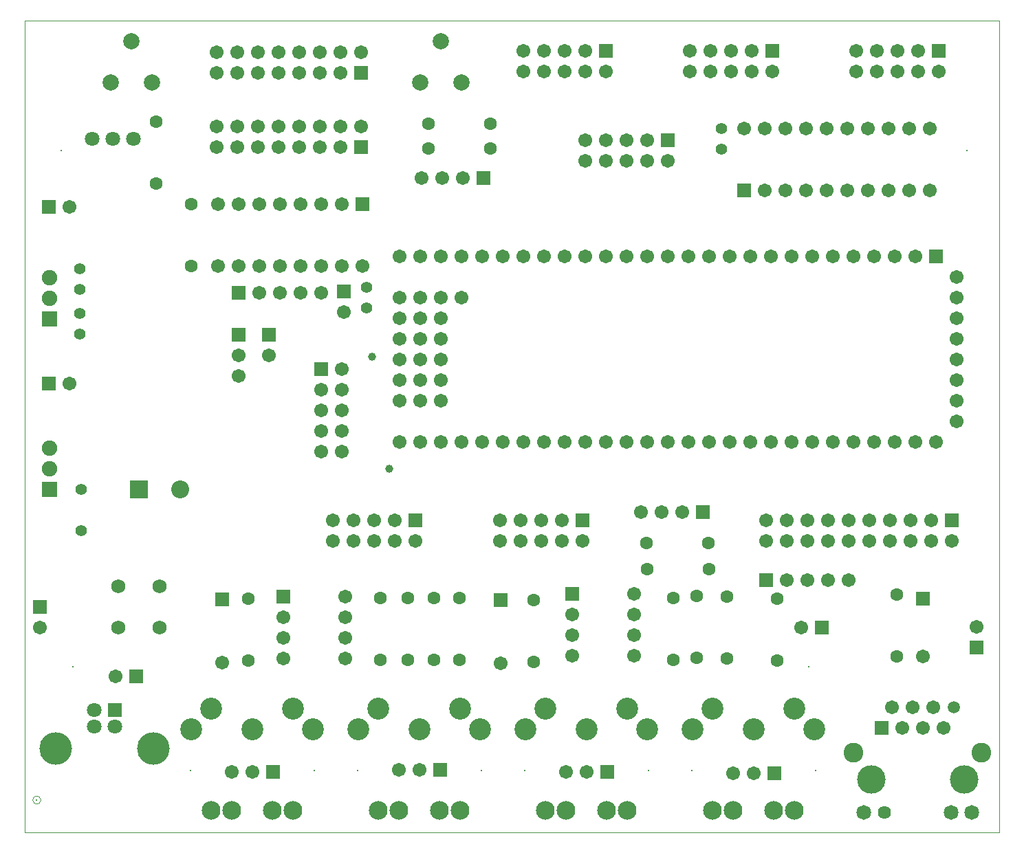
<source format=gts>
%FSLAX43Y43*%
%MOMM*%
G71*
G01*
G75*
G04 Layer_Color=8388736*
%ADD10C,0.600*%
%ADD11C,0.400*%
%ADD12C,0.800*%
%ADD13C,0.230*%
%ADD14C,0.254*%
%ADD15C,0.050*%
%ADD16C,1.500*%
%ADD17R,1.500X1.500*%
%ADD18R,1.500X1.500*%
%ADD19R,1.700X1.700*%
%ADD20C,1.700*%
%ADD21C,1.524*%
%ADD22C,1.800*%
%ADD23C,2.230*%
%ADD24C,3.300*%
%ADD25C,1.620*%
%ADD26C,3.800*%
%ADD27C,1.600*%
%ADD28R,1.600X1.600*%
%ADD29C,1.500*%
%ADD30R,1.500X1.500*%
%ADD31R,1.500X1.500*%
%ADD32C,1.200*%
%ADD33C,2.500*%
%ADD34C,2.100*%
%ADD35R,2.000X2.000*%
%ADD36C,2.000*%
%ADD37C,1.400*%
%ADD38C,0.800*%
%ADD39C,0.500*%
%ADD40C,1.000*%
%ADD41C,0.100*%
%ADD42C,0.250*%
%ADD43C,0.200*%
%ADD44C,0.127*%
%ADD45C,0.150*%
%ADD46C,0.203*%
%ADD47R,0.500X2.000*%
%ADD48R,2.000X0.800*%
%ADD49R,1.900X0.800*%
%ADD50C,1.703*%
%ADD51R,1.703X1.703*%
%ADD52R,1.703X1.703*%
%ADD53R,1.903X1.903*%
%ADD54C,1.903*%
%ADD55C,1.727*%
%ADD56C,2.003*%
%ADD57C,2.433*%
%ADD58C,3.503*%
%ADD59C,1.823*%
%ADD60R,0.203X0.203*%
%ADD61C,4.003*%
%ADD62C,1.803*%
%ADD63R,1.803X1.803*%
%ADD64C,0.203*%
%ADD65C,1.703*%
%ADD66R,1.703X1.703*%
%ADD67R,1.703X1.703*%
%ADD68C,1.403*%
%ADD69C,2.703*%
%ADD70C,2.303*%
%ADD71R,2.203X2.203*%
%ADD72C,2.203*%
%ADD73C,1.603*%
%ADD74C,1.003*%
D15*
X500Y0D02*
G03*
X500Y0I-500J0D01*
G01*
X-1500Y-4000D02*
X118500D01*
Y96000D01*
X-1500D02*
X118500D01*
X-1500Y-4000D02*
Y96000D01*
D16*
X112900Y11390D02*
D03*
D25*
X104370Y-1560D02*
D03*
D50*
X74422Y35433D02*
D03*
X76962D02*
D03*
X79502D02*
D03*
X24892Y54737D02*
D03*
Y52197D02*
D03*
X28575Y54737D02*
D03*
X115697Y21336D02*
D03*
X4064Y73025D02*
D03*
X105280Y11390D02*
D03*
X111630Y8850D02*
D03*
X110360Y11390D02*
D03*
X107820D02*
D03*
X109090Y8850D02*
D03*
X106550D02*
D03*
X9662Y15233D02*
D03*
X67654Y3463D02*
D03*
X65114D02*
D03*
X23966D02*
D03*
X26506D02*
D03*
X47080Y3717D02*
D03*
X44540D02*
D03*
X85688Y3336D02*
D03*
X88228D02*
D03*
X381Y21209D02*
D03*
X111080Y89730D02*
D03*
X108540Y92270D02*
D03*
Y89730D02*
D03*
X106000Y92270D02*
D03*
Y89730D02*
D03*
X103460Y92270D02*
D03*
Y89730D02*
D03*
X100920Y92270D02*
D03*
Y89730D02*
D03*
X90580D02*
D03*
X88040Y92270D02*
D03*
Y89730D02*
D03*
X85500Y92270D02*
D03*
Y89730D02*
D03*
X82960Y92270D02*
D03*
Y89730D02*
D03*
X80420Y92270D02*
D03*
Y89730D02*
D03*
X77680Y78730D02*
D03*
X75140Y81270D02*
D03*
Y78730D02*
D03*
X72600Y81270D02*
D03*
Y78730D02*
D03*
X70060Y81270D02*
D03*
Y78730D02*
D03*
X67520Y81270D02*
D03*
Y78730D02*
D03*
X70080Y89730D02*
D03*
X67540Y92270D02*
D03*
Y89730D02*
D03*
X65000Y92270D02*
D03*
Y89730D02*
D03*
X62460Y92270D02*
D03*
Y89730D02*
D03*
X59920Y92270D02*
D03*
Y89730D02*
D03*
X39890Y82931D02*
D03*
X37350D02*
D03*
Y80391D02*
D03*
X34810Y82931D02*
D03*
Y80391D02*
D03*
X32270Y82931D02*
D03*
Y80391D02*
D03*
X29730Y82931D02*
D03*
Y80391D02*
D03*
X27190Y82931D02*
D03*
Y80391D02*
D03*
X24650Y82931D02*
D03*
Y80391D02*
D03*
X22110Y82931D02*
D03*
Y80391D02*
D03*
X39890Y92075D02*
D03*
X37350D02*
D03*
Y89535D02*
D03*
X34810Y92075D02*
D03*
Y89535D02*
D03*
X32270Y92075D02*
D03*
Y89535D02*
D03*
X29730Y92075D02*
D03*
Y89535D02*
D03*
X27190Y92075D02*
D03*
Y89535D02*
D03*
X24650Y92075D02*
D03*
Y89535D02*
D03*
X22110Y92075D02*
D03*
Y89535D02*
D03*
X67183Y31877D02*
D03*
X64643Y34417D02*
D03*
Y31877D02*
D03*
X62103Y34417D02*
D03*
Y31877D02*
D03*
X59563Y34417D02*
D03*
Y31877D02*
D03*
X57023Y34417D02*
D03*
Y31877D02*
D03*
X37592Y53080D02*
D03*
X35052Y50540D02*
D03*
X37592D02*
D03*
X35052Y48000D02*
D03*
X37592D02*
D03*
X35052Y45460D02*
D03*
X37592D02*
D03*
X35052Y42920D02*
D03*
X37592D02*
D03*
X46580Y31877D02*
D03*
X44040Y34417D02*
D03*
Y31877D02*
D03*
X41500Y34417D02*
D03*
Y31877D02*
D03*
X38960Y34417D02*
D03*
Y31877D02*
D03*
X36420Y34417D02*
D03*
Y31877D02*
D03*
X47371Y76581D02*
D03*
X49911D02*
D03*
X52451D02*
D03*
X89789Y31877D02*
D03*
Y34417D02*
D03*
X92329Y31877D02*
D03*
Y34417D02*
D03*
X94869Y31877D02*
D03*
Y34417D02*
D03*
X97409Y31877D02*
D03*
Y34417D02*
D03*
X99949Y31877D02*
D03*
Y34417D02*
D03*
X102489Y31877D02*
D03*
Y34417D02*
D03*
X105029Y31877D02*
D03*
Y34417D02*
D03*
X107569Y31877D02*
D03*
Y34417D02*
D03*
X110109Y31877D02*
D03*
Y34417D02*
D03*
X112649Y31877D02*
D03*
X37846Y60071D02*
D03*
X89662Y82677D02*
D03*
X44667Y49220D02*
D03*
X47207D02*
D03*
X49747D02*
D03*
X44667Y51760D02*
D03*
X47207D02*
D03*
X49747D02*
D03*
X44667Y54300D02*
D03*
X47207D02*
D03*
X49747D02*
D03*
X44667Y56840D02*
D03*
X47207D02*
D03*
X49747D02*
D03*
X44667Y59380D02*
D03*
X47207D02*
D03*
X49747D02*
D03*
X44667Y61920D02*
D03*
X47207D02*
D03*
X49747D02*
D03*
X52287D02*
D03*
X44667Y44140D02*
D03*
X47207D02*
D03*
X49747D02*
D03*
X52287D02*
D03*
X54827D02*
D03*
X57367D02*
D03*
X59907D02*
D03*
X62447D02*
D03*
X64987D02*
D03*
X67527D02*
D03*
X70067D02*
D03*
X72607D02*
D03*
X75147D02*
D03*
X77687D02*
D03*
X80227D02*
D03*
X82767D02*
D03*
X85307D02*
D03*
X87847D02*
D03*
X90387D02*
D03*
X92927D02*
D03*
X95467D02*
D03*
X98007D02*
D03*
X100547D02*
D03*
X103087D02*
D03*
X105627D02*
D03*
X108167D02*
D03*
X110707D02*
D03*
X44667Y67000D02*
D03*
X47207D02*
D03*
X49747D02*
D03*
X52287D02*
D03*
X54827D02*
D03*
X57367D02*
D03*
X59907D02*
D03*
X62447D02*
D03*
X64987D02*
D03*
X67527D02*
D03*
X70067D02*
D03*
X72607D02*
D03*
X75147D02*
D03*
X77687D02*
D03*
X80227D02*
D03*
X82767D02*
D03*
X85307D02*
D03*
X87847D02*
D03*
X90387D02*
D03*
X92927D02*
D03*
X95467D02*
D03*
X98007D02*
D03*
X100547D02*
D03*
X103087D02*
D03*
X105627D02*
D03*
X108167D02*
D03*
X113247Y46680D02*
D03*
Y49220D02*
D03*
Y51760D02*
D03*
Y54300D02*
D03*
Y56840D02*
D03*
Y59380D02*
D03*
Y61920D02*
D03*
Y64460D02*
D03*
X4064Y51308D02*
D03*
X27432Y62484D02*
D03*
X29972D02*
D03*
X32512D02*
D03*
X35052D02*
D03*
X92310Y27051D02*
D03*
X94850D02*
D03*
X97390D02*
D03*
X99930D02*
D03*
X57150Y16801D02*
D03*
X22860Y16928D02*
D03*
X109093Y17659D02*
D03*
X94107Y21209D02*
D03*
D51*
X82042Y35433D02*
D03*
X1524Y73025D02*
D03*
X104010Y8850D02*
D03*
X12202Y15233D02*
D03*
X70194Y3463D02*
D03*
X29046D02*
D03*
X49620Y3717D02*
D03*
X90768Y3336D02*
D03*
X111080Y92270D02*
D03*
X90580D02*
D03*
X77680Y81270D02*
D03*
X70080Y92270D02*
D03*
X39890Y80391D02*
D03*
Y89535D02*
D03*
X67183Y34417D02*
D03*
X46580D02*
D03*
X54991Y76581D02*
D03*
X112649Y34417D02*
D03*
X110707Y67000D02*
D03*
X1524Y51308D02*
D03*
X24892Y62484D02*
D03*
X89770Y27051D02*
D03*
X96647Y21209D02*
D03*
D52*
X24892Y57277D02*
D03*
X28575D02*
D03*
X115697Y18796D02*
D03*
X381Y23749D02*
D03*
X35052Y53080D02*
D03*
X37846Y62611D02*
D03*
X57150Y24601D02*
D03*
X22860Y24728D02*
D03*
X109093Y24759D02*
D03*
D53*
X1600Y59227D02*
D03*
Y38227D02*
D03*
D54*
Y61767D02*
D03*
Y64307D02*
D03*
Y43307D02*
D03*
Y40767D02*
D03*
D55*
X15113Y21209D02*
D03*
Y26289D02*
D03*
X10033D02*
D03*
Y21209D02*
D03*
D56*
X49784Y93472D02*
D03*
X47244Y88392D02*
D03*
X52324D02*
D03*
X14224D02*
D03*
X9144D02*
D03*
X11684Y93472D02*
D03*
D57*
X116330Y5800D02*
D03*
X100580D02*
D03*
D58*
X102740Y2500D02*
D03*
X114170D02*
D03*
D59*
X101830Y-1560D02*
D03*
X112540D02*
D03*
X115080D02*
D03*
D60*
X0Y0D02*
D03*
D61*
X2325Y6363D02*
D03*
X14365D02*
D03*
D62*
X7095Y9073D02*
D03*
X9595D02*
D03*
X7095Y11073D02*
D03*
X11938Y81407D02*
D03*
X9398D02*
D03*
X6858D02*
D03*
D63*
X9595Y11073D02*
D03*
D64*
X4408Y16383D02*
D03*
X95022D02*
D03*
X3000Y80000D02*
D03*
X114500D02*
D03*
X34126Y3670D02*
D03*
X18886D02*
D03*
X39460D02*
D03*
X54700D02*
D03*
X75274D02*
D03*
X60034D02*
D03*
X80608D02*
D03*
X95848D02*
D03*
D65*
X22352Y65786D02*
D03*
X24892D02*
D03*
X27432D02*
D03*
X29972D02*
D03*
X32512D02*
D03*
X35052D02*
D03*
X37592D02*
D03*
X40132D02*
D03*
X22352Y73406D02*
D03*
X24892D02*
D03*
X27432D02*
D03*
X29972D02*
D03*
X32512D02*
D03*
X35052D02*
D03*
X37592D02*
D03*
X65913Y22860D02*
D03*
Y20320D02*
D03*
Y17780D02*
D03*
X73533Y25400D02*
D03*
Y22860D02*
D03*
Y20320D02*
D03*
Y17780D02*
D03*
X37973Y17399D02*
D03*
Y19939D02*
D03*
Y22479D02*
D03*
Y25019D02*
D03*
X30353Y17399D02*
D03*
Y19939D02*
D03*
Y22479D02*
D03*
X109982Y82677D02*
D03*
X107442D02*
D03*
X104902D02*
D03*
X102362D02*
D03*
X99822D02*
D03*
X97282D02*
D03*
X94742D02*
D03*
X92202D02*
D03*
X87122D02*
D03*
X109982Y75057D02*
D03*
X107442D02*
D03*
X104902D02*
D03*
X102362D02*
D03*
X99822D02*
D03*
X97282D02*
D03*
X94742D02*
D03*
X92202D02*
D03*
X89662D02*
D03*
D66*
X40132Y73406D02*
D03*
X87122Y75057D02*
D03*
D67*
X65913Y25400D02*
D03*
X30353Y25019D02*
D03*
D68*
X84328Y80137D02*
D03*
Y82677D02*
D03*
X40640Y60579D02*
D03*
Y63119D02*
D03*
X5334Y62865D02*
D03*
Y65405D02*
D03*
Y59944D02*
D03*
Y57404D02*
D03*
X5461Y38227D02*
D03*
Y33147D02*
D03*
D69*
X31506Y11250D02*
D03*
X34006Y8750D02*
D03*
X19006D02*
D03*
X21506Y11250D02*
D03*
X26506Y8750D02*
D03*
X47080D02*
D03*
X42080Y11250D02*
D03*
X39580Y8750D02*
D03*
X54580D02*
D03*
X52080Y11250D02*
D03*
X72654D02*
D03*
X75154Y8750D02*
D03*
X60154D02*
D03*
X62654Y11250D02*
D03*
X67654Y8750D02*
D03*
X88228D02*
D03*
X83228Y11250D02*
D03*
X80728Y8750D02*
D03*
X95728D02*
D03*
X93228Y11250D02*
D03*
D70*
X24006Y-1250D02*
D03*
X29006D02*
D03*
X31506D02*
D03*
X21506D02*
D03*
X42080D02*
D03*
X52080D02*
D03*
X49580D02*
D03*
X44580D02*
D03*
X65154D02*
D03*
X70154D02*
D03*
X72654D02*
D03*
X62654D02*
D03*
X83228D02*
D03*
X93228D02*
D03*
X90728D02*
D03*
X85728D02*
D03*
D71*
X12573Y38227D02*
D03*
D72*
X17653D02*
D03*
D73*
X14732Y83566D02*
D03*
Y75946D02*
D03*
X19050Y73406D02*
D03*
Y65786D02*
D03*
X61214Y24638D02*
D03*
Y17018D02*
D03*
X91186Y17145D02*
D03*
Y24765D02*
D03*
X84963Y25019D02*
D03*
Y17399D02*
D03*
X78359Y17272D02*
D03*
Y24892D02*
D03*
X81280Y25146D02*
D03*
Y17526D02*
D03*
X52070Y17272D02*
D03*
Y24892D02*
D03*
X48895D02*
D03*
Y17272D02*
D03*
X42291D02*
D03*
Y24892D02*
D03*
X45720D02*
D03*
Y17272D02*
D03*
X26035Y24765D02*
D03*
Y17145D02*
D03*
X48260Y80264D02*
D03*
X55880D02*
D03*
X48260Y83312D02*
D03*
X55880D02*
D03*
X75057Y31623D02*
D03*
X82677D02*
D03*
X105918Y25273D02*
D03*
Y17653D02*
D03*
X75184Y28448D02*
D03*
X82804D02*
D03*
D74*
X43434Y40767D02*
D03*
X41275Y54610D02*
D03*
M02*

</source>
